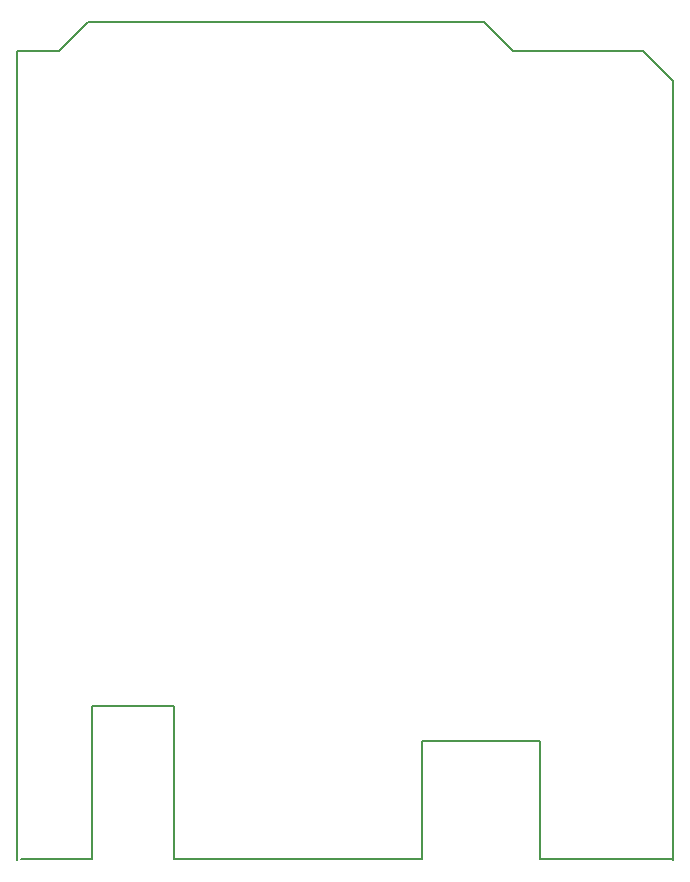
<source format=gbr>
G04 (created by PCBNEW (2013-jul-07)-stable) date Tue 24 Feb 2015 11:31:29 CET*
%MOIN*%
G04 Gerber Fmt 3.4, Leading zero omitted, Abs format*
%FSLAX34Y34*%
G01*
G70*
G90*
G04 APERTURE LIST*
%ADD10C,0.00590551*%
G04 APERTURE END LIST*
G54D10*
X81590Y-49606D02*
X81590Y-49600D01*
X81496Y-49606D02*
X81590Y-49606D01*
X77165Y-49606D02*
X81496Y-49606D01*
X77165Y-45669D02*
X77165Y-49606D01*
X73228Y-45669D02*
X77165Y-45669D01*
X73228Y-49606D02*
X73228Y-45669D01*
X64960Y-49606D02*
X73228Y-49606D01*
X64960Y-44488D02*
X64960Y-49606D01*
X62204Y-44488D02*
X64960Y-44488D01*
X62204Y-49606D02*
X62204Y-44488D01*
X61811Y-49606D02*
X62204Y-49606D01*
X61417Y-49606D02*
X61811Y-49606D01*
X59842Y-49606D02*
X61417Y-49606D01*
X81578Y-23647D02*
X81578Y-23844D01*
X80594Y-22663D02*
X81578Y-23647D01*
X76263Y-22663D02*
X80594Y-22663D01*
X75279Y-21679D02*
X76263Y-22663D01*
X62090Y-21679D02*
X75279Y-21679D01*
X61106Y-22663D02*
X62090Y-21679D01*
X59728Y-22663D02*
X61106Y-22663D01*
X59728Y-49631D02*
X59728Y-22663D01*
X81578Y-23844D02*
X81578Y-49631D01*
M02*

</source>
